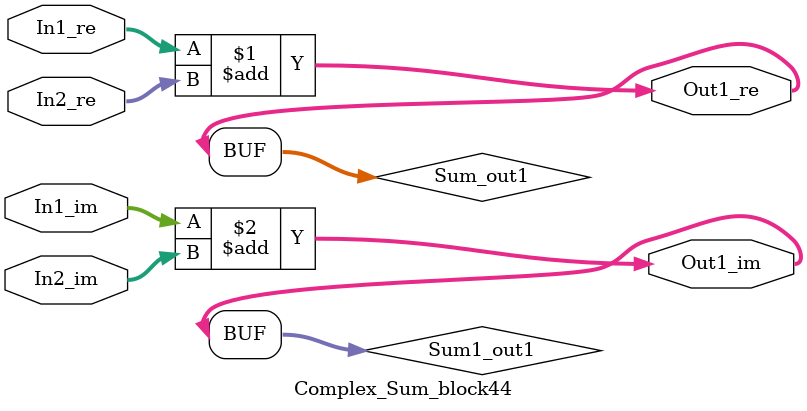
<source format=v>



`timescale 1 ns / 1 ns

module Complex_Sum_block44
          (In1_re,
           In1_im,
           In2_re,
           In2_im,
           Out1_re,
           Out1_im);


  input   signed [36:0] In1_re;  // sfix37_En22
  input   signed [36:0] In1_im;  // sfix37_En22
  input   signed [36:0] In2_re;  // sfix37_En22
  input   signed [36:0] In2_im;  // sfix37_En22
  output  signed [36:0] Out1_re;  // sfix37_En22
  output  signed [36:0] Out1_im;  // sfix37_En22


  wire signed [36:0] Sum_out1;  // sfix37_En22
  wire signed [36:0] Sum1_out1;  // sfix37_En22


  assign Sum_out1 = In1_re + In2_re;



  assign Out1_re = Sum_out1;

  assign Sum1_out1 = In1_im + In2_im;



  assign Out1_im = Sum1_out1;

endmodule  // Complex_Sum_block44


</source>
